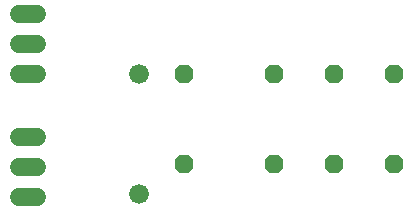
<source format=gbr>
G04 EAGLE Gerber RS-274X export*
G75*
%MOMM*%
%FSLAX34Y34*%
%LPD*%
%INTop Copper*%
%IPPOS*%
%AMOC8*
5,1,8,0,0,1.08239X$1,22.5*%
G01*
%ADD10C,1.676400*%
%ADD11C,1.524000*%
%ADD12P,1.731824X8X202.500000*%
%ADD13P,1.731824X8X22.500000*%


D10*
X114300Y48260D03*
X114300Y149860D03*
D11*
X27940Y149860D02*
X12700Y149860D01*
X12700Y175260D02*
X27940Y175260D01*
X27940Y200660D02*
X12700Y200660D01*
X12700Y45720D02*
X27940Y45720D01*
X27940Y71120D02*
X12700Y71120D01*
X12700Y96520D02*
X27940Y96520D01*
D12*
X279400Y73660D03*
X330200Y73660D03*
D13*
X228600Y73660D03*
D12*
X152400Y73660D03*
X152400Y149860D03*
D13*
X228600Y149860D03*
X279400Y149860D03*
X330200Y149860D03*
M02*

</source>
